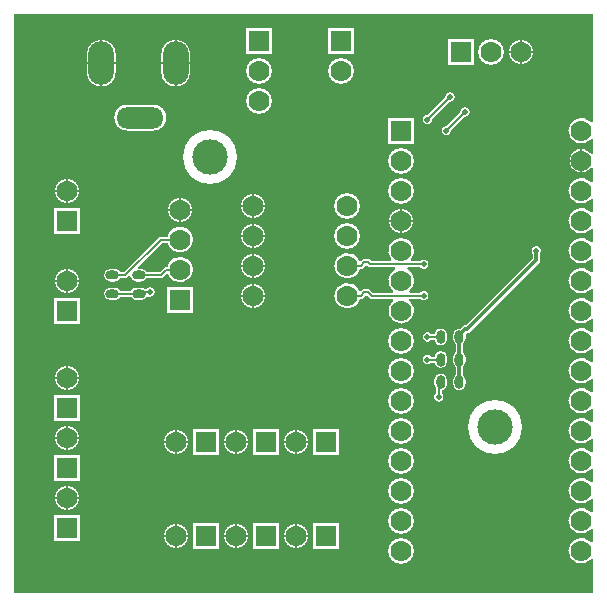
<source format=gbl>
G04 ================== begin FILE IDENTIFICATION RECORD ==================*
G04 Layout Name:  bicycle.brd*
G04 Film Name:    BOTTOM*
G04 File Format:  Gerber RS274X*
G04 File Origin:  Cadence Allegro 16.6-2015-S061*
G04 Origin Date:  Thu Aug 31 21:23:53 2017*
G04 *
G04 Layer:  ETCH/BOTTOM*
G04 Layer:  PIN/BOTTOM*
G04 Layer:  VIA CLASS/BOTTOM*
G04 *
G04 Offset:    (0.000 0.000)*
G04 Mirror:    No*
G04 Mode:      Positive*
G04 Rotation:  0*
G04 FullContactRelief:  No*
G04 UndefLineWidth:     10.000*
G04 ================== end FILE IDENTIFICATION RECORD ====================*
%FSLAX25Y25*MOIN*%
%IR0*IPPOS*OFA0.00000B0.00000*MIA0B0*SFA1.00000B1.00000*%
%ADD16C,.118*%
%ADD14O,.15748X.070866*%
%ADD13O,.086614X.145669*%
%ADD12O,.045X.03*%
%ADD17O,.03X.045*%
%ADD11C,.07*%
%ADD10R,.07X.07*%
%ADD15C,.0197*%
%ADD18C,.006*%
%ADD19C,.008*%
%ADD20C,.012*%
%ADD21C,.180004*%
%ADD23C,.080004*%
%ADD24C,.086004*%
%ADD22R,.086004X.086004*%
G75*
%LPD*%
G75*
G36*
G01X-96425Y-96425D02*
Y96425D01*
X96425D01*
Y60609D01*
G02X95725Y60344I-400J0D01*
G03Y54656I-3225J-2844D01*
G02X96425Y54391I300J-265D01*
G01Y50134D01*
G02X95705Y49894I-400J0D01*
G03Y45106I-3205J-2394D01*
G02X96425Y44866I320J-239D01*
G01Y40609D01*
G02X95725Y40344I-400J0D01*
G03Y34656I-3225J-2844D01*
G02X96425Y34391I300J-265D01*
G01Y30609D01*
G02X95725Y30344I-400J0D01*
G03Y24656I-3225J-2844D01*
G02X96425Y24391I300J-265D01*
G01Y20609D01*
G02X95725Y20344I-400J0D01*
G03Y14656I-3225J-2844D01*
G02X96425Y14391I300J-265D01*
G01Y10609D01*
G02X95725Y10344I-400J0D01*
G03Y4656I-3225J-2844D01*
G02X96425Y4391I300J-265D01*
G01Y609D01*
G02X95725Y344I-400J0D01*
G03Y-5344I-3225J-2844D01*
G02X96425Y-5609I300J-265D01*
G01Y-9391D01*
G02X95725Y-9656I-400J0D01*
G03Y-15344I-3225J-2844D01*
G02X96425Y-15609I300J-265D01*
G01Y-19391D01*
G02X95725Y-19656I-400J0D01*
G03Y-25344I-3225J-2844D01*
G02X96425Y-25609I300J-265D01*
G01Y-29391D01*
G02X95725Y-29656I-400J0D01*
G03Y-35344I-3225J-2844D01*
G02X96425Y-35609I300J-265D01*
G01Y-39391D01*
G02X95725Y-39656I-400J0D01*
G03Y-45344I-3225J-2844D01*
G02X96425Y-45609I300J-265D01*
G01Y-49391D01*
G02X95725Y-49656I-400J0D01*
G03Y-55344I-3225J-2844D01*
G02X96425Y-55609I300J-265D01*
G01Y-59391D01*
G02X95725Y-59656I-400J0D01*
G03Y-65344I-3225J-2844D01*
G02X96425Y-65609I300J-265D01*
G01Y-69391D01*
G02X95725Y-69656I-400J0D01*
G03Y-75344I-3225J-2844D01*
G02X96425Y-75609I300J-265D01*
G01Y-79391D01*
G02X95725Y-79656I-400J0D01*
G03Y-85344I-3225J-2844D01*
G02X96425Y-85609I300J-265D01*
G01Y-96425D01*
X-96425D01*
G37*
%LPC*%
G75*
G36*
G01X-37866Y77047D02*
G02X-47528I-4831J0D01*
G01Y82953D01*
G02X-37866I4831J0D01*
G01Y77047D01*
G37*
G36*
G01X-58839Y57546D02*
G02Y66233I0J4344D01*
G01X-50177D01*
G02Y57546I0J-4343D01*
G01X-58839D01*
G37*
G36*
G01X-62669Y77047D02*
G02X-72331I-4831J0D01*
G01Y82953D01*
G02X-62669I4831J0D01*
G01Y77047D01*
G37*
G36*
G01X41415Y62829D02*
X47171Y68585D01*
X47167Y68674D01*
G02X48674Y67167I1583J76D01*
G01X48585Y67171D01*
X42829Y61415D01*
X42833Y61326D01*
G02X41326Y62833I-1583J-76D01*
G01X41415Y62829D01*
G37*
G36*
G01X47665Y59079D02*
X52171Y63585D01*
X52167Y63674D01*
G02X53674Y62167I1583J76D01*
G01X53585Y62171D01*
X49079Y57665D01*
X49083Y57576D01*
G02X47576Y59083I-1583J-76D01*
G01X47665Y59079D01*
G37*
G36*
G01X-45868Y9717D02*
X-47236Y8350D01*
X-52403D01*
G02X-54250Y7250I-1847J1000D01*
G01X-55750D01*
G02X-57791Y8854I0J2100D01*
G03X-58462Y9042I-389J-95D01*
G01X-59154Y8350D01*
X-61153D01*
G02X-63000Y7250I-1847J1000D01*
G01X-64500D01*
G02Y11450I0J2100D01*
G01X-63000D01*
G02X-61153Y10350I0J-2100D01*
G01X-59983D01*
X-48083Y22250D01*
X-45435D01*
X-45394Y22397D01*
G02Y20103I4144J-1147D01*
G01X-45435Y20250D01*
X-47254D01*
X-55371Y12133D01*
G03X-55088Y11450I283J-283D01*
G01X-54250D01*
G02X-52403Y10350I0J-2100D01*
G01X-48064D01*
X-46164Y12250D01*
X-45435D01*
X-45394Y12397D01*
G02X-45216Y9589I4144J-1147D01*
G03X-45868Y9717I-369J-154D01*
G37*
G36*
G01X-61153Y2150D02*
G02X-63000Y1050I-1847J1000D01*
G01X-64500D01*
G02Y5250I0J2100D01*
G01X-63000D01*
G02X-61153Y4150I0J-2100D01*
G01X-57597D01*
G02X-55750Y5250I1847J-1000D01*
G01X-54250D01*
G02X-52943Y4794I0J-2100D01*
G01X-52888Y4750D01*
X-52483D01*
X-52424Y4816D01*
G02X-51899Y2304I1173J-1066D01*
G03X-52413Y2133I-164J-365D01*
G02X-54250Y1050I-1837J1017D01*
G01X-55750D01*
G02X-57597Y2150I0J2100D01*
G01X-61153D01*
G37*
G36*
G01X47750Y-10500D02*
Y-12000D01*
G02X43590Y-12411I-2100J0D01*
G01X43558Y-12250D01*
X42480D01*
G02Y-10250I-1230J1000D01*
G01X43558D01*
X43590Y-10089D01*
G02X47750Y-10500I2060J-411D01*
G37*
G36*
G01Y-18000D02*
Y-19500D01*
G02X43590Y-19911I-2100J0D01*
G01X43558Y-19750D01*
X42480D01*
G02Y-17750I-1230J1000D01*
G01X43558D01*
X43590Y-17589D01*
G02X47750Y-18000I2060J-411D01*
G37*
G36*
G01X52222Y-8431D02*
X53262Y-7391D01*
X54012D01*
X76300Y14897D01*
Y16464D01*
G02X78700I1200J1036D01*
G01Y13903D01*
X55006Y-9791D01*
X54256D01*
X53919Y-10128D01*
X53932Y-10226D01*
G02X53950Y-10500I-2082J-274D01*
G01Y-12000D01*
G02X53050Y-13724I-2100J0D01*
G01Y-16276D01*
G02X53950Y-18000I-1200J-1724D01*
G01Y-19500D01*
G02X53050Y-21224I-2100J0D01*
G01Y-23776D01*
G02X53950Y-25500I-1200J-1724D01*
G01Y-27000D01*
G02X49750I-2100J0D01*
G01Y-25500D01*
G02X50650Y-23776I2100J0D01*
G01Y-21224D01*
G02X49750Y-19500I1200J1724D01*
G01Y-18000D01*
G02X50650Y-16276I2100J0D01*
G01Y-13724D01*
G02X49750Y-12000I1200J1724D01*
G01Y-10500D01*
G02X52124Y-8418I2100J0D01*
G01X52222Y-8431D01*
G37*
G36*
G01X46000Y-29077D02*
Y-30020D01*
G02X44000I-1000J-1230D01*
G01Y-28299D01*
G02X43550Y-27000I1650J1299D01*
G01Y-25500D01*
G02X47750I2100J0D01*
G01Y-27000D01*
G02X46152Y-29039I-2100J0D01*
G01X46000Y-29077D01*
G37*
G36*
G01X35265Y793D02*
G02X29735I-2765J-3294D01*
G03X29478Y1500I-257J306D01*
G01X22334D01*
X21084Y2750D01*
X20662D01*
X19412Y1500D01*
X18683D01*
X18642Y1353D01*
G02X18464Y4161I-4144J1147D01*
G03X19116Y4033I369J154D01*
G01X19834Y4750D01*
X21912D01*
X23162Y3500D01*
X29478D01*
G03X29735Y4206I0J400D01*
G02X30397Y11251I2765J3294D01*
G03X30201Y12000I-196J349D01*
G01X21834D01*
X21084Y12750D01*
X20662D01*
X19412Y11500D01*
X18683D01*
X18642Y11353D01*
G02X18464Y14161I-4144J1147D01*
G03X19116Y14033I369J154D01*
G01X19834Y14750D01*
X21912D01*
X22662Y14000D01*
X28967D01*
G03X29268Y14664I0J400D01*
G02X35732I3232J2836D01*
G03X36033Y14000I301J-264D01*
G01X38770D01*
G02Y12000I1230J-1000D01*
G01X34799D01*
G03X34603Y11251I0J-400D01*
G02X35265Y4206I-2103J-3751D01*
G03X35522Y3500I257J-306D01*
G01X38770D01*
G02Y1500I1230J-1000D01*
G01X35522D01*
G03X35265Y793I0J-400D01*
G37*
G54D21*
X-31250Y48750D03*
X63750Y-41250D03*
G54D23*
X-78750Y-65000D03*
Y-45000D03*
Y-25000D03*
Y7500D03*
Y37500D03*
X-42500Y-77500D03*
Y-46250D03*
X-41250Y31250D03*
X-22500Y-77500D03*
Y-46250D03*
X-16998Y2500D03*
Y12500D03*
Y22500D03*
Y32500D03*
X-2500Y-77500D03*
Y-46250D03*
X32500Y27500D03*
X72500Y83750D03*
G54D24*
X-15000Y67500D03*
Y77500D03*
X14498Y22500D03*
Y32500D03*
X12500Y77500D03*
X32500Y-82500D03*
Y-72500D03*
Y-62500D03*
Y-52500D03*
Y-42500D03*
Y-32500D03*
Y-22500D03*
Y-12500D03*
Y37500D03*
Y47500D03*
X62500Y83750D03*
G54D22*
X-78750Y-75000D03*
Y-55000D03*
Y-35000D03*
Y-2500D03*
Y27500D03*
X-41250Y1250D03*
X-32500Y-77500D03*
Y-46250D03*
X-15000Y87500D03*
X-12500Y-77500D03*
Y-46250D03*
X7500Y-77500D03*
Y-46250D03*
X12500Y87500D03*
X32500Y57500D03*
X52500Y83750D03*
%LPD*%
G75*
G54D10*
X-78750Y-75000D03*
Y-55000D03*
Y-35000D03*
Y-2500D03*
Y27500D03*
X-41250Y1250D03*
X-32500Y-77500D03*
Y-46250D03*
X-15000Y87500D03*
X-12500Y-77500D03*
Y-46250D03*
X7500Y-77500D03*
Y-46250D03*
X12500Y87500D03*
X32500Y57500D03*
X52500Y83750D03*
G54D20*
G01X51850Y-26250D02*
Y-18750D01*
G01D02*
Y-11250D01*
G01X77500Y17500D02*
Y14400D01*
X54509Y-8591D01*
X53759D01*
X51850Y-10500D01*
Y-11250D01*
G54D11*
X-78750Y-65000D03*
Y-45000D03*
Y-25000D03*
Y7500D03*
Y37500D03*
X-42500Y-77500D03*
Y-46250D03*
X-41250Y11250D03*
Y21250D03*
Y31250D03*
X-22500Y-77500D03*
Y-46250D03*
X-16998Y2500D03*
Y12500D03*
Y22500D03*
Y32500D03*
X-15000Y67500D03*
Y77500D03*
X-2500Y-77500D03*
Y-46250D03*
X14498Y2500D03*
Y12500D03*
Y22500D03*
Y32500D03*
X12500Y77500D03*
X32500Y-82500D03*
Y-72500D03*
Y-62500D03*
Y-52500D03*
Y-42500D03*
Y-32500D03*
Y-22500D03*
Y-12500D03*
Y-2500D03*
Y7500D03*
Y17500D03*
Y27500D03*
Y37500D03*
Y47500D03*
X62500Y83750D03*
X72500D03*
X92500Y-82500D03*
Y-72500D03*
Y-62500D03*
Y-52500D03*
Y-42500D03*
Y-32500D03*
Y-22500D03*
Y-12500D03*
Y-2500D03*
Y7500D03*
Y17500D03*
Y27500D03*
Y37500D03*
Y47500D03*
Y57500D03*
G54D12*
X-63750Y3150D03*
Y9350D03*
X-55000Y3150D03*
Y9350D03*
G54D13*
X-67500Y80000D03*
X-42697D03*
G54D14*
X-54508Y61890D03*
G54D15*
X-51250Y3750D03*
X45000Y-31250D03*
X41250Y-18750D03*
Y-11250D03*
X40000Y2500D03*
Y13000D03*
X41250Y61250D03*
X47500Y57500D03*
X48750Y68750D03*
X53750Y63750D03*
X77500Y17500D03*
G54D16*
X-31250Y48750D03*
X63750Y-41250D03*
G54D17*
X45650Y-26250D03*
X51850D03*
X45650Y-18750D03*
X51850D03*
X45650Y-11250D03*
X51850D03*
G54D18*
G01X-82950Y-65000D02*
X-78750D01*
G01X-82950Y-45000D02*
X-78750D01*
G01X-82950Y-25000D02*
X-78750D01*
G01X-82950Y7500D02*
X-78750D01*
G01X-82950Y37500D02*
X-78750D01*
G01Y-69200D02*
Y-65000D01*
G01D02*
Y-60800D01*
G01Y-65000D02*
X-74550D01*
G01X-78750Y-49200D02*
Y-45000D01*
G01D02*
Y-40800D01*
G01Y-45000D02*
X-74550D01*
G01X-78750Y-29200D02*
Y-25000D01*
G01D02*
Y-20800D01*
G01Y-25000D02*
X-74550D01*
G01X-78750Y3300D02*
Y7500D01*
G01D02*
Y11700D01*
G01Y7500D02*
X-74550D01*
G01X-78750Y33300D02*
Y37500D01*
G01D02*
Y41700D01*
G01Y37500D02*
X-74550D01*
G01X-72531Y80000D02*
X-67500D01*
G01Y72016D02*
Y80000D01*
G01D02*
Y87984D01*
G01Y80000D02*
X-62469D01*
G01X-42500Y-81700D02*
Y-77500D01*
G01D02*
Y-73300D01*
G01X-46700Y-77500D02*
X-42500D01*
G01D02*
X-38300D01*
G01X-42500Y-50450D02*
Y-46250D01*
G01D02*
Y-42050D01*
G01X-46700Y-46250D02*
X-42500D01*
G01D02*
X-38300D01*
G01X-45450Y31250D02*
X-41250D01*
G01X-42697Y72016D02*
Y80000D01*
G01D02*
Y87984D01*
G01X-47728Y80000D02*
X-42697D01*
G01D02*
X-37666D01*
G01X-41250Y27050D02*
Y31250D01*
G01D02*
Y35450D01*
G01Y31250D02*
X-37050D01*
G01X-26700Y-77500D02*
X-22500D01*
G01X-26700Y-46250D02*
X-22500D01*
G01Y-81700D02*
Y-77500D01*
G01D02*
Y-73300D01*
G01Y-77500D02*
X-18300D01*
G01X-22500Y-50450D02*
Y-46250D01*
G01D02*
Y-42050D01*
G01Y-46250D02*
X-18300D01*
G01X-21198Y2500D02*
X-16998D01*
G01X-21198Y12500D02*
X-16998D01*
G01X-21198Y22500D02*
X-16998D01*
G01X-21198Y32500D02*
X-16998D01*
G01Y-1700D02*
Y2500D01*
G01D02*
Y6700D01*
G01Y2500D02*
X-12798D01*
G01X-16998Y8300D02*
Y12500D01*
G01D02*
Y16700D01*
G01Y12500D02*
X-12798D01*
G01X-16998Y18300D02*
Y22500D01*
G01Y28300D02*
Y32500D01*
G01Y22500D02*
Y26700D01*
G01Y22500D02*
X-12798D01*
G01X-16998Y32500D02*
Y36700D01*
G01Y32500D02*
X-12798D01*
G01X-6700Y-77500D02*
X-2500D01*
G01X-6700Y-46250D02*
X-2500D01*
G01Y-81700D02*
Y-77500D01*
G01D02*
Y-73300D01*
G01Y-77500D02*
X1700D01*
G01X-2500Y-50450D02*
Y-46250D01*
G01D02*
Y-42050D01*
G01Y-46250D02*
X1700D01*
G01X28300Y27500D02*
X32500D01*
G01Y23300D02*
Y27500D01*
G01D02*
Y31700D01*
G01Y27500D02*
X36700D01*
G01X72500Y79550D02*
Y83750D01*
G01D02*
Y87950D01*
G01X68300Y83750D02*
X72500D01*
G01D02*
X76700D01*
G01X88300Y47500D02*
X92500D01*
G01Y43300D02*
Y47500D01*
G01D02*
Y51700D01*
G54D19*
G01X-55000Y3150D02*
X-63750D01*
G01Y9350D02*
X-59569D01*
X-47669Y21250D01*
X-41250D01*
G01X-51250Y3750D02*
X-54400D01*
X-55000Y3150D01*
G01Y9350D02*
X-47650D01*
X-45750Y11250D01*
X-41250D01*
G01X14498Y2500D02*
X18998D01*
X20248Y3750D01*
X21498D01*
X22748Y2500D01*
X40000D01*
G01X14498Y12500D02*
X18998D01*
X20248Y13750D01*
X21498D01*
X22248Y13000D01*
X40000D01*
G01X41250Y-18750D02*
X45650D01*
G01X41250Y-11250D02*
X45650D01*
G01X41250Y61250D02*
X48750Y68750D01*
G01X45000Y-31250D02*
Y-26900D01*
X45650Y-26250D01*
G01X47500Y57500D02*
X53750Y63750D01*
M02*

</source>
